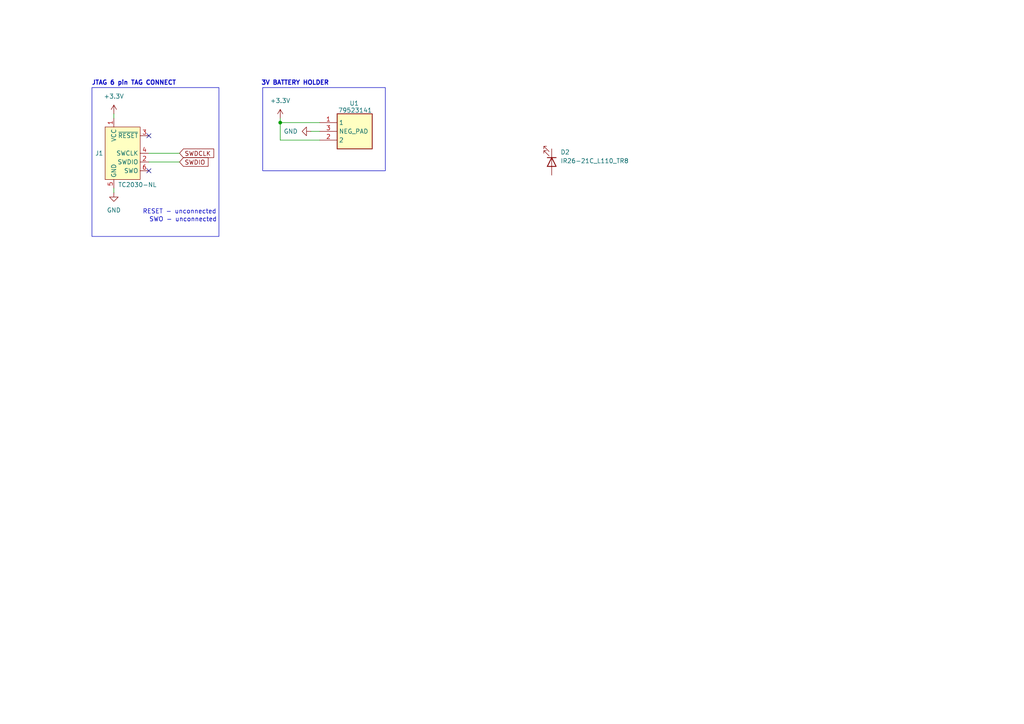
<source format=kicad_sch>
(kicad_sch (version 20250114) (generator "eeschema") (generator_version "9.0")
  (paper "A4")
  (lib_symbols
    (symbol "79523141:79523141"
      (property "Reference" "U1" (at 8.636 5.588 0))
      (property "Value" "79523141" (at 5.334 3.556 0))
      (symbol "79523141_1_1"
        (rectangle (start 5.08 2.54) (end 15.24 -7.62) (stroke (width 0.254)) (fill (type background)))
        (pin passive line (at 0 0 0) (length 5.08) (name "1") (number "1"))
        (pin passive line (at 0 -2.54 0) (length 5.08) (name "NEG_PAD") (number "3"))
        (pin passive line (at 0 -5.08 0) (length 5.08) (name "2") (number "2"))
      )
    )
    (symbol "Connector:Conn_ARM_SWD_TagConnect_TC2030-NL" (in_bom no)
      (property "Reference" "J" (at 2.54 11.43 0))
      (property "Value" "Conn_ARM_SWD_TagConnect_TC2030-NL" (at 2.54 8.89 0))
      (symbol "Conn_ARM_SWD_TagConnect_TC2030-NL_0_0"
        (pin power_in line (at -2.54 10.16 270) (length 2.54) (name "VCC") (number "1"))
        (pin power_in line (at -2.54 -10.16 90) (length 2.54) (name "GND") (number "5"))
        (pin open_collector line (at 7.62 5.08 180) (length 2.54) (name "~{RESET}") (number "3"))
        (pin output line (at 7.62 0 180) (length 2.54) (name "SWCLK") (number "4"))
        (pin bidirectional line (at 7.62 -2.54 180) (length 2.54) (name "SWDIO") (number "2"))
        (pin input line (at 7.62 -5.08 180) (length 2.54) (name "SWO") (number "6"))
      )
      (symbol "Conn_ARM_SWD_TagConnect_TC2030-NL_0_1"
        (rectangle (start -5.08 7.62) (end 5.08 -7.62) (fill (type background)))
      )
    )
    (symbol "LED:IR26-21C_L110_TR8" (pin_numbers (hide yes)) (pin_names (offset 1.016) (hide yes))
      (property "Reference" "D" (at 0 2.54 0))
      (property "Value" "IR26-21C_L110_TR8" (at 0 -3.81 0))
      (symbol "IR26-21C_L110_TR8_0_1"
        (polyline (pts (xy -3.048 -0.762) (xy -4.572 -2.286) (xy -3.81 -2.286) (xy -4.572 -2.286) (xy -4.572 -1.524)))
        (polyline (pts (xy -1.778 -0.762) (xy -3.302 -2.286) (xy -2.54 -2.286) (xy -3.302 -2.286) (xy -3.302 -1.524)))
        (polyline (pts (xy -1.27 0) (xy 1.27 0)))
        (polyline (pts (xy -1.27 -1.27) (xy -1.27 1.27)) (stroke (width 0.254)))
        (polyline (pts (xy 1.27 -1.27) (xy 1.27 1.27) (xy -1.27 0) (xy 1.27 -1.27)) (stroke (width 0.254)))
      )
      (symbol "IR26-21C_L110_TR8_1_1"
        (pin passive line (at -3.81 0 0) (length 2.54) (name "K") (number "1"))
        (pin passive line (at 3.81 0 180) (length 2.54) (name "A") (number "2"))
      )
    )
    (symbol "power:+3.3V" (power) (pin_numbers (hide yes)) (pin_names (offset 0) (hide yes))
      (property "Value" "+3.3V" (at 0 3.556 0))
      (symbol "+3.3V_0_1"
        (polyline (pts (xy -0.762 1.27) (xy 0 2.54)))
        (polyline (pts (xy 0 2.54) (xy 0.762 1.27)))
        (polyline (pts (xy 0 0) (xy 0 2.54)))
      )
      (symbol "+3.3V_1_1"
        (pin power_in line (at 0 0 90) (length 0) (name "~") (number "1"))
      )
    )
    (symbol "power:GND" (power) (pin_numbers (hide yes)) (pin_names (offset 0) (hide yes))
      (property "Value" "GND" (at 0 -3.81 0))
      (symbol "GND_0_1"
        (polyline (pts (xy 0 0) (xy 0 -1.27) (xy 1.27 -1.27) (xy 0 -2.54) (xy -1.27 -1.27) (xy 0 -1.27)))
      )
      (symbol "GND_1_1"
        (pin power_in line (at 0 0 270) (length 0) (name "~") (number "1"))
      )
    )
  )
  (rectangle (start 26.67 25.4) (end 63.5 68.58))
  (rectangle (start 76.2 25.4) (end 111.76 49.53))
  (text "JTAG 6 pin TAG CONNECT" (at 38.862 24.13 0) (effects (font (size 1.27 1.27) (thickness 0.254) (bold yes))))
  (text "3V BATTERY HOLDER" (at 85.598 24.13 0) (effects (font (size 1.27 1.27) (thickness 0.254) (bold yes))))
  (text "SWO - unconnected" (at 53.086 63.754 0) (effects (font (size 1.27 1.27) (thickness 0.1588))))
  (text "RESET - unconnected" (at 52.07 61.468 0) (effects (font (size 1.27 1.27))))
  (junction (at 81.28 35.56))
  (no_connect (at 43.18 39.37))
  (no_connect (at 43.18 49.53))
  (wire (pts (xy 81.28 35.56) (xy 92.71 35.56)))
  (wire (pts (xy 43.18 44.45) (xy 52.07 44.45)))
  (wire (pts (xy 43.18 46.99) (xy 52.07 46.99)))
  (wire (pts (xy 90.17 38.1) (xy 92.71 38.1)))
  (wire (pts (xy 33.02 33.02) (xy 33.02 34.29)))
  (wire (pts (xy 81.28 35.56) (xy 81.28 40.64)))
  (wire (pts (xy 81.28 40.64) (xy 92.71 40.64)))
  (wire (pts (xy 33.02 54.61) (xy 33.02 55.88)))
  (wire (pts (xy 81.28 34.29) (xy 81.28 35.56)))
  (global_label "SWDCLK" (shape input) (at 52.07 44.45 0) (property "Intersheetrefs" "${INTERSHEET_REFS}" (effects (hide yes))))
  (global_label "SWDIO" (shape input) (at 52.07 46.99 0) (property "Intersheetrefs" "${INTERSHEET_REFS}" (effects (hide yes))))
  (symbol (lib_id "79523141:79523141") (at 92.71 35.56 0) (unit 1)
    (property "Reference" "U1" (at 101.346 29.972 0) (effects (justify left)))
    (property "Value" "79523141" (at 98.044 32.004 0) (effects (justify left)))
    (property "Footprint" "79523141" (effects (hide yes)))
    (property "Datasheet" "https://katalog.we-online.de/em/datasheet/79523141.pdf" (effects (hide yes)))
    (property "Description" "Cylindrical Battery Contacts, Clips, Holders & Springs Battery Holder 1 Li Coin Cell WA-BCMC" (effects (hide yes)))
    (property "Height" "3.85" (effects (hide yes)))
    (property "Mouser Part Number" "710-79523141" (effects (hide yes)))
    (property "Mouser Price/Stock" "https://www.mouser.co.uk/ProductDetail/Wurth-Elektronik/79523141?qs=wr8lucFkNMWVwngw9WB1kw%3D%3D" (effects (hide yes)))
    (property "Manufacturer_Name" "Wurth Elektronik" (effects (hide yes)))
    (property "Manufacturer_Part_Number" "79523141" (effects (hide yes)))
  )
  (symbol (lib_id "power:+3.3V") (at 33.02 33.02 0) (unit 1)
    (property "Reference" "#PWR021" (effects (hide yes)))
    (property "Value" "+3.3V" (at 33.02 27.94 0))
    (property "Description" "Power symbol creates a global label with name \"+3.3V\"" (effects (hide yes)))
  )
  (symbol (lib_id "power:GND") (at 33.02 55.88 0) (unit 1)
    (property "Reference" "#PWR019" (effects (hide yes)))
    (property "Value" "GND" (at 33.02 60.96 0))
    (property "Description" "Power symbol creates a global label with name \"GND\" , ground" (effects (hide yes)))
  )
  (symbol (lib_id "LED:IR26-21C_L110_TR8") (at 160.02 46.99 270) (unit 1)
    (property "Reference" "D2" (at 162.56 44.1324 90) (effects (justify left)))
    (property "Value" "IR26-21C_L110_TR8" (at 162.56 46.6724 90) (effects (justify left)))
    (property "Footprint" "LED_SMD:LED_1206_3216Metric" (effects (hide yes)))
    (property "Datasheet" "http://www.everlight.com/file/ProductFile/IR26-21C-L110-TR8.pdf" (effects (hide yes)))
    (property "Description" "940nm, 20 deg, Infrared LED, 1206" (effects (hide yes)))
  )
  (symbol (lib_id "power:+3.3V") (at 81.28 34.29 0) (unit 1)
    (property "Reference" "#PWR020" (effects (hide yes)))
    (property "Value" "+3.3V" (at 81.28 29.21 0))
    (property "Description" "Power symbol creates a global label with name \"+3.3V\"" (effects (hide yes)))
  )
  (symbol (lib_id "power:GND") (at 90.17 38.1 270) (unit 1)
    (property "Reference" "#PWR018" (effects (hide yes)))
    (property "Value" "GND" (at 86.36 38.0999 90) (effects (justify right)))
    (property "Description" "Power symbol creates a global label with name \"GND\" , ground" (effects (hide yes)))
  )
  (symbol (lib_id "Connector:Conn_ARM_SWD_TagConnect_TC2030-NL") (at 35.56 44.45 0) (unit 1) (in_bom no)
    (property "Reference" "J1" (at 29.972 44.45 0) (effects (justify right)))
    (property "Value" "TC2030-NL" (at 45.466 53.594 0) (effects (justify right)))
    (property "Footprint" "Connector:Tag-Connect_TC2030-IDC-NL_2x03_P1.27mm_Vertical" (effects (hide yes)))
    (property "Datasheet" "https://www.tag-connect.com/wp-content/uploads/bsk-pdf-manager/TC2030-CTX_1.pdf" (effects (hide yes)))
    (property "Description" "Tag-Connect ARM Cortex SWD JTAG connector, 6 pin, no legs" (effects (hide yes)))
  )
)
</source>
